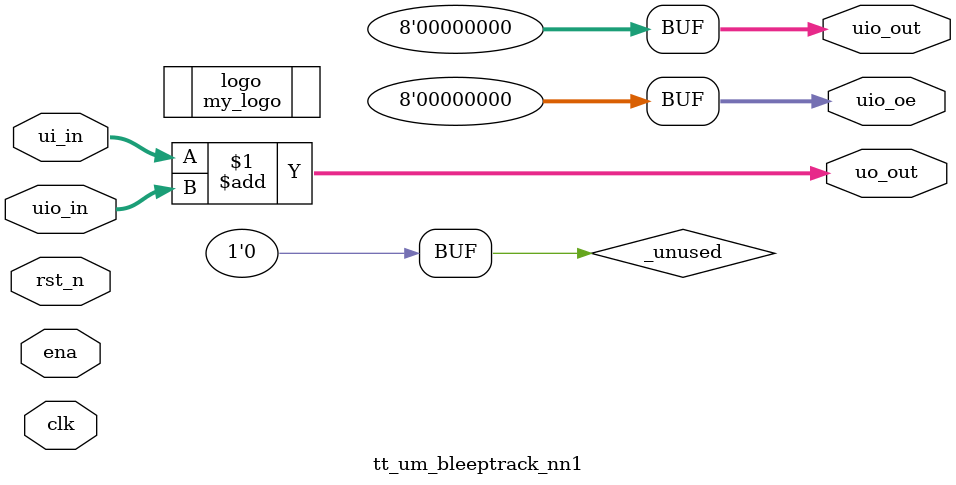
<source format=v>
/*
 * Copyright (c) 2024 Your Name
 * SPDX-License-Identifier: Apache-2.0
 */

`default_nettype none

// Blackbox module for my_logo - this will be replaced by the actual macro during synthesis
(* blackbox *) (* keep *)
module my_logo ();
endmodule

module tt_um_bleeptrack_nn1 (
    input  wire [7:0] ui_in,    // Dedicated inputs
    output wire [7:0] uo_out,   // Dedicated outputs
    input  wire [7:0] uio_in,   // IOs: Input path
    output wire [7:0] uio_out,  // IOs: Output path
    output wire [7:0] uio_oe,   // IOs: Enable path (active high: 0=input, 1=output)
    input  wire       ena,      // always 1 when the design is powered, so you can ignore it
    input  wire       clk,      // clock
    input  wire       rst_n     // reset_n - low to reset
);

`ifndef GL_TEST
  (* keep *)
  my_logo logo();
`endif

  // All output pins must be assigned. If not used, assign to 0.
  assign uo_out  = ui_in + uio_in;  // Example: ou_out is the sum of ui_in and uio_in
  assign uio_out = 0;
  assign uio_oe  = 0;

  // List all unused inputs to prevent warnings
  wire _unused = &{ena, clk, rst_n, 1'b0};

endmodule

</source>
